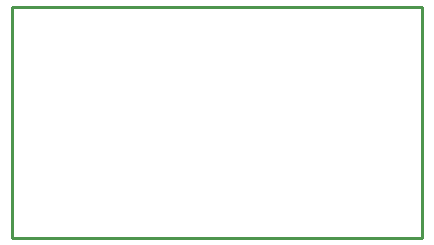
<source format=gko>
G04 Layer_Color=16711935*
%FSLAX25Y25*%
%MOIN*%
G70*
G01*
G75*
%ADD16C,0.01000*%
D16*
X0Y0D02*
X136811D01*
Y76772D01*
X0D01*
Y0D01*
M02*

</source>
